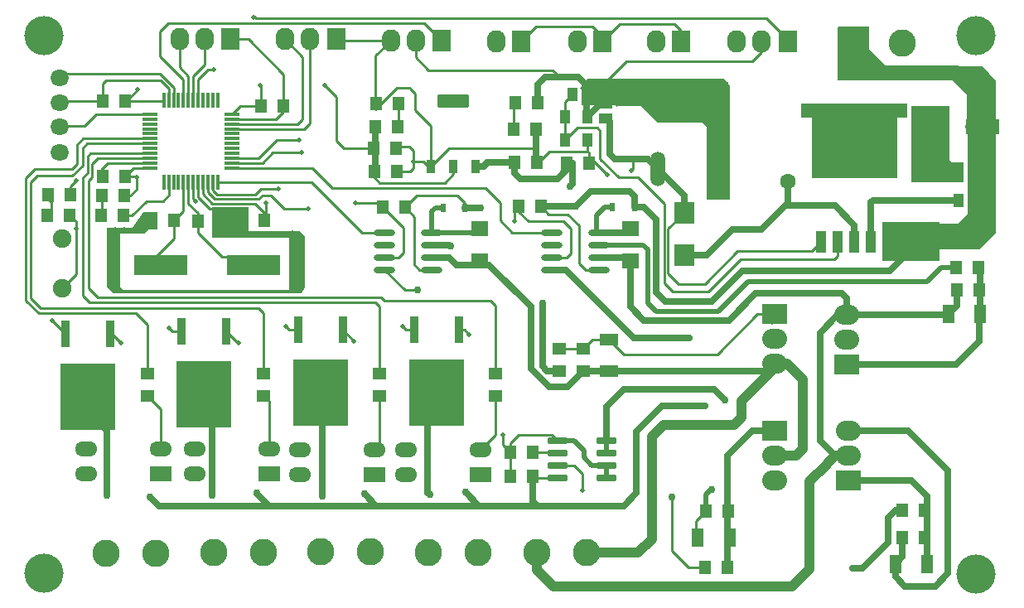
<source format=gtl>
G04*
G04 #@! TF.GenerationSoftware,Altium Limited,Altium Designer,18.1.6 (161)*
G04*
G04 Layer_Physical_Order=1*
G04 Layer_Color=255*
%FSTAX24Y24*%
%MOIN*%
G70*
G01*
G75*
%ADD13C,0.0100*%
G04:AMPARAMS|DCode=22|XSize=11mil|YSize=61.4mil|CornerRadius=2.8mil|HoleSize=0mil|Usage=FLASHONLY|Rotation=90.000|XOffset=0mil|YOffset=0mil|HoleType=Round|Shape=RoundedRectangle|*
%AMROUNDEDRECTD22*
21,1,0.0110,0.0559,0,0,90.0*
21,1,0.0055,0.0614,0,0,90.0*
1,1,0.0055,0.0280,0.0028*
1,1,0.0055,0.0280,-0.0028*
1,1,0.0055,-0.0280,-0.0028*
1,1,0.0055,-0.0280,0.0028*
%
%ADD22ROUNDEDRECTD22*%
G04:AMPARAMS|DCode=23|XSize=11mil|YSize=61.4mil|CornerRadius=2.8mil|HoleSize=0mil|Usage=FLASHONLY|Rotation=180.000|XOffset=0mil|YOffset=0mil|HoleType=Round|Shape=RoundedRectangle|*
%AMROUNDEDRECTD23*
21,1,0.0110,0.0559,0,0,180.0*
21,1,0.0055,0.0614,0,0,180.0*
1,1,0.0055,-0.0028,0.0280*
1,1,0.0055,0.0028,0.0280*
1,1,0.0055,0.0028,-0.0280*
1,1,0.0055,-0.0028,-0.0280*
%
%ADD23ROUNDEDRECTD23*%
%ADD24R,0.0846X0.0866*%
%ADD25R,0.0591X0.1400*%
%ADD26O,0.0591X0.1400*%
%ADD27R,0.1378X0.0630*%
%ADD28R,0.0500X0.0550*%
%ADD29R,0.0492X0.0728*%
%ADD30R,0.0433X0.0551*%
%ADD31R,0.0650X0.0600*%
%ADD32R,0.2165X0.0787*%
%ADD33R,0.0728X0.0492*%
%ADD34R,0.0550X0.0500*%
%ADD35R,0.0246X0.0327*%
%ADD36O,0.0866X0.0236*%
%ADD37R,0.0394X0.0550*%
G04:AMPARAMS|DCode=38|XSize=77.6mil|YSize=23.6mil|CornerRadius=3mil|HoleSize=0mil|Usage=FLASHONLY|Rotation=180.000|XOffset=0mil|YOffset=0mil|HoleType=Round|Shape=RoundedRectangle|*
%AMROUNDEDRECTD38*
21,1,0.0776,0.0177,0,0,180.0*
21,1,0.0717,0.0236,0,0,180.0*
1,1,0.0059,-0.0358,0.0089*
1,1,0.0059,0.0358,0.0089*
1,1,0.0059,0.0358,-0.0089*
1,1,0.0059,-0.0358,-0.0089*
%
%ADD38ROUNDEDRECTD38*%
%ADD39R,0.0382X0.1079*%
G04:AMPARAMS|DCode=40|XSize=36.6mil|YSize=51.6mil|CornerRadius=2.7mil|HoleSize=0mil|Usage=FLASHONLY|Rotation=0.000|XOffset=0mil|YOffset=0mil|HoleType=Round|Shape=RoundedRectangle|*
%AMROUNDEDRECTD40*
21,1,0.0366,0.0461,0,0,0.0*
21,1,0.0311,0.0516,0,0,0.0*
1,1,0.0055,0.0156,-0.0230*
1,1,0.0055,-0.0156,-0.0230*
1,1,0.0055,-0.0156,0.0230*
1,1,0.0055,0.0156,0.0230*
%
%ADD40ROUNDEDRECTD40*%
G04:AMPARAMS|DCode=41|XSize=127.6mil|YSize=51.6mil|CornerRadius=3.9mil|HoleSize=0mil|Usage=FLASHONLY|Rotation=0.000|XOffset=0mil|YOffset=0mil|HoleType=Round|Shape=RoundedRectangle|*
%AMROUNDEDRECTD41*
21,1,0.1276,0.0438,0,0,0.0*
21,1,0.1198,0.0516,0,0,0.0*
1,1,0.0077,0.0599,-0.0219*
1,1,0.0077,-0.0599,-0.0219*
1,1,0.0077,-0.0599,0.0219*
1,1,0.0077,0.0599,0.0219*
%
%ADD41ROUNDEDRECTD41*%
%ADD42R,0.0421X0.0850*%
%ADD43R,0.0551X0.0433*%
%ADD80R,0.2232X0.2665*%
%ADD81R,0.0250X0.0500*%
%ADD82C,0.0250*%
%ADD83C,0.0400*%
%ADD84C,0.0200*%
%ADD85C,0.0600*%
%ADD86C,0.0630*%
%ADD87C,0.1100*%
%ADD88C,0.0750*%
%ADD89R,0.1000X0.0800*%
%ADD90O,0.1000X0.0800*%
%ADD91O,0.0750X0.0650*%
%ADD92O,0.0750X0.0900*%
%ADD93R,0.0750X0.0900*%
%ADD94R,0.0900X0.0600*%
%ADD95O,0.0900X0.0600*%
%ADD96C,0.0300*%
%ADD97C,0.0200*%
%ADD98C,0.1575*%
G36*
X038386Y030797D02*
X038415D01*
Y030709D01*
X038514Y03061D01*
Y026053D01*
X037559D01*
X037549Y026063D01*
Y028996D01*
X037411Y029134D01*
X035614D01*
X034944Y029803D01*
X033976Y029803D01*
X033967Y029793D01*
X033907Y029852D01*
X03252D01*
Y030482D01*
X032451Y030551D01*
X03252Y03062D01*
Y030728D01*
X032569D01*
X032756Y030915D01*
X038268D01*
X038386Y030797D01*
D02*
G37*
G36*
X019114Y025738D02*
X019124Y025734D01*
Y02478D01*
X021181Y024793D01*
X021398Y024596D01*
Y02253D01*
X02126Y022274D01*
X013691D01*
X013435Y022559D01*
Y024931D01*
X014459D01*
X014913Y025537D01*
X015456D01*
Y024888D01*
X015421Y024852D01*
X01515Y024852D01*
X015136Y024867D01*
X014964Y024695D01*
X013976D01*
Y022559D01*
X014114Y022421D01*
X020766D01*
Y024518D01*
X017677Y024518D01*
Y02477D01*
X017677D01*
Y025738D01*
X019114D01*
D02*
G37*
G36*
X04563Y02935D02*
X045217D01*
Y026909D01*
X041791D01*
Y02935D01*
X041378D01*
Y029929D01*
X04563D01*
Y02935D01*
D02*
G37*
G36*
X047343Y027628D02*
X04742Y027559D01*
X047894D01*
Y026763D01*
X04789Y026762D01*
X045787D01*
Y029821D01*
X047343D01*
Y027628D01*
D02*
G37*
G36*
X044085Y03208D02*
X044754Y031411D01*
X04476Y031417D01*
X048681D01*
X049213Y03081D01*
Y024724D01*
X048564Y024075D01*
X048528Y02404D01*
X046934Y024037D01*
Y023568D01*
X044621D01*
Y025133D01*
X046934D01*
Y025098D01*
X047756D01*
X048071Y025413D01*
Y030281D01*
X048036D01*
X047461Y030856D01*
X042846D01*
Y032952D01*
X042846Y03299D01*
X042887Y033012D01*
X044085D01*
Y03208D01*
D02*
G37*
D13*
X032858Y027739D02*
X03356Y027037D01*
X024242Y029696D02*
X025107Y030561D01*
X024242Y029696D02*
Y031842D01*
X014528Y024882D02*
X014764D01*
X036203Y022343D02*
X037638D01*
X035856Y022689D02*
X036203Y022343D01*
X035856Y022689D02*
Y025876D01*
X036006Y024874D02*
X036663Y025531D01*
X036006Y023078D02*
Y024874D01*
Y023078D02*
X036427Y022657D01*
X0375D01*
X038809Y023967D01*
X034783Y026949D02*
X035856Y025876D01*
X038927Y023632D02*
X042687D01*
X037638Y022343D02*
X038927Y023632D01*
X039941Y021339D02*
X040197Y021083D01*
X032593Y020064D02*
X032952Y020423D01*
X039606Y021437D02*
X040295D01*
X037982Y019813D02*
X039606Y021437D01*
X034232Y019813D02*
X037982D01*
X033622Y020423D02*
X034232Y019813D01*
X041782Y023967D02*
X042165Y02435D01*
X038809Y023967D02*
X041782D01*
X042835Y02378D02*
Y02435D01*
X042687Y023632D02*
X042835Y02378D01*
X033278Y027687D02*
Y028819D01*
X033164Y028932D02*
X033278Y028819D01*
X032353Y028932D02*
X033164D01*
X034016Y026949D02*
X034783D01*
X033278Y027687D02*
X034016Y026949D01*
X032772Y027992D02*
Y028452D01*
X032832Y02751D02*
Y027932D01*
X032772Y027992D02*
X032832Y027932D01*
X03124Y027992D02*
X032772D01*
X031378Y03126D02*
X031654Y030984D01*
X032746Y030265D02*
X032756Y030276D01*
X032992D01*
X031872Y028452D02*
X032353Y028932D01*
X031872Y028452D02*
X031872Y028452D01*
Y029374D01*
Y029982D01*
X032156Y030265D01*
X0244Y026722D02*
X027018D01*
X027372Y027077D01*
Y027394D01*
X02647D02*
X027197Y02812D01*
X025107Y030561D02*
X02563D01*
Y030531D02*
Y030561D01*
Y030531D02*
X025837Y030325D01*
Y029656D02*
Y030325D01*
Y029656D02*
X02647Y029022D01*
Y027394D02*
Y029022D01*
X025758Y027328D02*
Y027589D01*
X025625Y027195D02*
X025758Y027328D01*
X025083Y027195D02*
X025625D01*
X02514Y028174D02*
X025588D01*
X025758Y028004D01*
Y027589D02*
Y028004D01*
Y027589D02*
X026151D01*
X026356Y027384D01*
X022205Y03064D02*
X022657Y030187D01*
Y028406D02*
Y030187D01*
Y028406D02*
X022963Y0281D01*
X024166D01*
X025174Y028965D02*
Y029908D01*
X024242Y031842D02*
X02485Y03245D01*
X025066Y0281D02*
X02514Y028174D01*
X024183Y026939D02*
Y027195D01*
Y026939D02*
X0244Y026722D01*
X039776Y031971D02*
Y0324D01*
X039409Y031604D02*
X039776Y031971D01*
X034321Y031604D02*
X039409D01*
X032992Y030276D02*
X034321Y031604D01*
X029793Y029899D02*
X029851Y029957D01*
X029793Y028878D02*
Y029899D01*
X017677Y025886D02*
X019387D01*
X017298Y026265D02*
X017677Y025886D01*
X019387D02*
X01984Y025433D01*
X018861Y025207D02*
Y025563D01*
X018729Y025696D02*
X018861Y025563D01*
X017558Y025696D02*
X018729D01*
X013413Y030837D02*
X015591D01*
X01328Y030704D02*
X013413Y030837D01*
X01328Y03003D02*
Y030704D01*
X024466Y022126D02*
X024614Y021978D01*
X013048Y022126D02*
X024466D01*
X012701Y022474D02*
X013048Y022126D01*
X012736Y021909D02*
X024232D01*
X01247Y022175D02*
X012736Y021909D01*
X01247Y022175D02*
Y026939D01*
X024232Y021909D02*
X024406Y021736D01*
X01953Y021693D02*
X019731Y021492D01*
X010768Y021693D02*
X01953D01*
X010374Y022087D02*
X010768Y021693D01*
X014584Y021476D02*
X015056Y021004D01*
X010699Y021476D02*
X014584D01*
X010177Y021998D02*
X010699Y021476D01*
X015056Y019057D02*
Y021004D01*
X016133Y025207D02*
Y025211D01*
X016511Y025589D01*
X015394Y02375D02*
X016133Y024489D01*
Y025207D01*
X015089D02*
X015233D01*
X014764Y024882D02*
X015089Y025207D01*
X018081Y02375D02*
X018851D01*
X0171Y024731D02*
X018081Y02375D01*
X0171Y024731D02*
Y025197D01*
X019014Y024726D02*
X020878D01*
X012185Y023042D02*
Y024882D01*
X011631Y022488D02*
X012185Y023042D01*
X011535Y029946D02*
X011619Y03003D01*
X030568Y02812D02*
X030693Y027994D01*
X018861Y024879D02*
X019014Y024726D01*
X018861Y024879D02*
Y025207D01*
X018852Y025197D02*
X018861Y025207D01*
X018Y025197D02*
X018852D01*
X020529Y029821D02*
X020538Y02983D01*
Y031086D01*
X019124Y0325D02*
X020538Y031086D01*
X018402Y0325D02*
X019124D01*
X029833Y025187D02*
Y025598D01*
X030003Y025768D01*
X029375Y016166D02*
Y016575D01*
Y016166D02*
X029648Y015893D01*
X024343Y025925D02*
X02452Y025748D01*
X023415Y025925D02*
X024343D01*
X020577Y025689D02*
X021535D01*
X020035Y02623D02*
X020577Y025689D01*
X013465Y027518D02*
X015161D01*
X013182Y027234D02*
X013465Y027518D01*
X012701Y022474D02*
Y026815D01*
X012835Y026949D01*
Y02749D01*
X01247Y026939D02*
X01265Y027118D01*
X011619Y03003D02*
X01328D01*
X012185Y024882D02*
Y025174D01*
X02265Y0325D02*
X0227Y03245D01*
X02485D01*
X026358Y03126D02*
X031378D01*
X02585Y031768D02*
X026358Y03126D01*
X02585Y031768D02*
Y03245D01*
X019631Y026467D02*
X02034D01*
X019414Y02625D02*
X019631Y026467D01*
X017889Y026758D02*
X021667D01*
X023699Y024726D01*
X020108Y027943D02*
X02126D01*
X019683Y027518D02*
X020108Y027943D01*
X020256Y028455D02*
X021181D01*
X019516Y027715D02*
X020256Y028455D01*
X023699Y024726D02*
X024606D01*
X0301Y032414D02*
X030688Y033002D01*
X032948D01*
X03335Y0326D01*
Y0324D02*
Y0326D01*
X03654Y0324D02*
Y03284D01*
X03628Y0331D02*
X03654Y03284D01*
X03405Y0331D02*
X03628D01*
X03335Y0324D02*
X03405Y0331D01*
X031978Y025463D02*
X032431Y02501D01*
X031208Y025463D02*
X031978D01*
X030903Y025768D02*
X031208Y025463D01*
X032431Y023492D02*
Y02501D01*
X02784Y025727D02*
Y025909D01*
X027518Y02623D02*
X02784Y025909D01*
X025903Y02623D02*
X027518D01*
X02542Y025748D02*
X025903Y02623D01*
X028661Y026516D02*
X029262Y025915D01*
X022507Y026516D02*
X028661D01*
X021702Y027321D02*
X022507Y026516D01*
X024606Y023726D02*
X025163D01*
X025354Y023917D01*
Y024914D01*
X02452Y025748D02*
X025354Y024914D01*
X026014Y023226D02*
X026496D01*
X025807Y023433D02*
X026014Y023226D01*
X025807Y023433D02*
Y025361D01*
X02542Y025748D02*
X025807Y025361D01*
X032431Y023492D02*
X032696Y023226D01*
X031339Y023726D02*
X031925D01*
X032087Y023888D01*
Y024892D01*
X031801Y025177D02*
X032087Y024892D01*
X030384Y025177D02*
X031801D01*
X030003Y025558D02*
X030384Y025177D01*
X030003Y025558D02*
Y025768D01*
X032696Y023226D02*
X033228D01*
X029738Y024726D02*
X031339D01*
X029262Y025202D02*
X029738Y024726D01*
X029262Y025202D02*
Y025915D01*
X011968Y026598D02*
X012185Y026815D01*
X011968Y02626D02*
Y026598D01*
X013199Y025404D02*
X013218Y025423D01*
Y026206D01*
X014636Y026462D02*
Y026949D01*
X014379Y026206D02*
X014636Y026462D01*
X014118Y026206D02*
X014379D01*
X032608Y019083D02*
X032669Y019144D01*
X032559Y01435D02*
Y01502D01*
X032238Y015341D02*
X032559Y01502D01*
X031581Y015341D02*
X032238D01*
X019695Y02623D02*
X020035D01*
X017854Y02625D02*
X019414D01*
X017692Y026412D02*
X017854Y02625D01*
X017692Y026412D02*
Y026758D01*
X019531Y026066D02*
X019695Y02623D01*
X017763Y026066D02*
X019531D01*
X017495Y026334D02*
X017763Y026066D01*
X017495Y026334D02*
Y026758D01*
X031327Y016594D02*
X031581Y016341D01*
X02999Y016594D02*
X031327D01*
X029648Y016253D02*
X02999Y016594D01*
X029648Y015893D02*
Y016253D01*
Y014941D02*
X029668Y014921D01*
X029648Y014941D02*
Y015893D01*
X031528D02*
X031581Y015841D01*
X030548Y015893D02*
X031528D01*
X030568Y014921D02*
X030649Y014841D01*
X031581D01*
X036181Y0119D02*
X036831Y01125D01*
X037496D01*
X037136Y013122D02*
X03753Y013516D01*
X037136Y012579D02*
Y013122D01*
X036181Y0119D02*
Y014094D01*
X031644Y020064D02*
X031659Y020049D01*
X032608D01*
X032952Y020423D02*
X033622D01*
X024606Y023226D02*
X025431Y022402D01*
X025945D01*
X028435Y023426D02*
X028814D01*
X025315Y020945D02*
X025461Y020799D01*
X0258D01*
X02062Y020945D02*
X020766Y020799D01*
X021116D01*
X015925Y020866D02*
X016058Y020733D01*
X016432D01*
X01123Y021172D02*
Y021181D01*
Y021172D02*
X011748Y020655D01*
X027833Y020799D02*
X028002Y02063D01*
X027603Y020799D02*
X027833D01*
X01984Y025433D02*
Y025908D01*
X017102Y026152D02*
X017558Y025696D01*
X017102Y026152D02*
Y026758D01*
X0171Y025197D02*
Y025502D01*
X016708Y025893D02*
X0171Y025502D01*
X014222Y03003D02*
X015704D01*
X014222D02*
X014665Y030472D01*
X01418Y03003D02*
X014222D01*
X015591Y030837D02*
X01592Y030507D01*
X019587Y03064D02*
X019629Y030598D01*
Y029821D02*
Y030598D01*
X014596Y026988D02*
X014636Y026949D01*
X014151Y026988D02*
X014596D01*
X018452Y027715D02*
X019516D01*
X018452Y027518D02*
X019683D01*
X027197Y02812D02*
X030568D01*
X030791Y027543D02*
X03124Y027992D01*
X030741Y027543D02*
X030791D01*
X034537Y027224D02*
X034596Y027283D01*
Y027687D01*
X028455Y015968D02*
X029081Y016593D01*
Y018157D01*
X02292Y020799D02*
X023355Y020364D01*
X022919Y020799D02*
X02292D01*
X024205Y015968D02*
X024406Y016168D01*
Y018157D01*
X018683Y020285D02*
X018729D01*
X018235Y020733D02*
X018683Y020285D01*
X019955Y016018D02*
Y017932D01*
X019731Y018157D02*
X019955Y017932D01*
X012835Y02749D02*
X013059Y027715D01*
X015161D01*
X01265Y027118D02*
Y027787D01*
X024614Y021978D02*
X028878D01*
X029081Y021776D01*
Y019057D02*
Y021776D01*
X024406Y019057D02*
Y021736D01*
X01265Y027787D02*
X012774Y027911D01*
X015161D01*
X014483Y027321D02*
X015161D01*
X014151Y026988D02*
X014483Y027321D01*
X011069Y026117D02*
X011201Y025984D01*
X011069Y026117D02*
Y02626D01*
X011946Y025413D02*
X012185Y025174D01*
X010374Y022087D02*
Y026762D01*
X01063Y027018D01*
X019731Y019057D02*
Y021492D01*
X01063Y027018D02*
X012037D01*
X012451Y027431D01*
Y02812D01*
X012636Y028305D01*
X015161D01*
X010177Y021998D02*
Y026929D01*
X010541Y027293D01*
X012028D01*
X01222Y027486D01*
Y028244D01*
X012478Y028502D01*
X015161D01*
X013635Y020655D02*
X013994Y020295D01*
X013551Y020655D02*
X013635D01*
X015605Y016018D02*
Y017607D01*
X015056Y018157D02*
X015605Y017607D01*
X01592Y030049D02*
Y030507D01*
X01749Y03127D02*
X017717D01*
X017102Y030881D02*
X01749Y03127D01*
X017102Y030049D02*
Y030881D01*
X0216Y02913D02*
Y0325D01*
X021366Y028896D02*
X0216Y02913D01*
X018452Y028896D02*
X021366D01*
X019421Y033337D02*
X039961D01*
X019352Y033406D02*
X019421Y033337D01*
X015896Y03315D02*
X0262D01*
X015561Y032815D02*
X015896Y03315D01*
X0262D02*
X0269Y03245D01*
X020529Y029587D02*
Y029821D01*
X020231Y029289D02*
X020529Y029587D01*
X018787Y029821D02*
X019629D01*
X018452Y029486D02*
X018787Y029821D01*
X018452Y029289D02*
X020231D01*
X017298Y026265D02*
Y026758D01*
X011046Y025413D02*
X011201Y025568D01*
Y025984D01*
X016905Y026066D02*
X016987Y025984D01*
X016708Y025893D02*
Y026758D01*
X016905Y026066D02*
Y026758D01*
X015683Y025998D02*
X01592Y026235D01*
X015015Y025998D02*
X015683D01*
X014421Y025404D02*
X015015Y025998D01*
X014099Y025404D02*
X014421D01*
X018452Y027321D02*
X021702D01*
X015704Y03003D02*
X015724Y030049D01*
X021307Y029289D02*
Y031793D01*
X0206Y0325D02*
X021307Y031793D01*
X02111Y029093D02*
X021307Y029289D01*
X018452Y029093D02*
X02111D01*
X039961Y033337D02*
X040826Y032471D01*
Y0324D02*
Y032471D01*
X016511Y030049D02*
Y030871D01*
X015561Y031821D02*
X016511Y030871D01*
X015561Y031821D02*
Y032815D01*
X017352Y031475D02*
Y0325D01*
X016905Y031027D02*
X017352Y031475D01*
X016905Y030049D02*
Y031027D01*
X016708Y030049D02*
Y031012D01*
X016352Y031367D02*
X016708Y031012D01*
X016352Y031367D02*
Y0325D01*
X033131Y024824D02*
X033228Y024726D01*
X01592Y026235D02*
Y026758D01*
X016511Y025589D02*
Y026758D01*
X011535Y028966D02*
X011585Y029016D01*
X01252D01*
X01299Y029486D01*
X015161D01*
X011535Y030956D02*
X011679Y0311D01*
X015554D01*
X016117Y030536D01*
Y030049D02*
Y030536D01*
D22*
X015161Y027321D02*
D03*
Y027518D02*
D03*
Y027715D02*
D03*
Y027911D02*
D03*
Y028108D02*
D03*
Y028305D02*
D03*
Y028502D02*
D03*
Y028699D02*
D03*
Y028896D02*
D03*
Y029093D02*
D03*
Y029289D02*
D03*
Y029486D02*
D03*
X018452D02*
D03*
Y029289D02*
D03*
Y029093D02*
D03*
Y028896D02*
D03*
Y028699D02*
D03*
Y028502D02*
D03*
Y028305D02*
D03*
Y028108D02*
D03*
Y027911D02*
D03*
Y027715D02*
D03*
Y027518D02*
D03*
Y027321D02*
D03*
D23*
X015724Y030049D02*
D03*
X01592D02*
D03*
X016117D02*
D03*
X016314D02*
D03*
X016511D02*
D03*
X016708D02*
D03*
X016905D02*
D03*
X017102D02*
D03*
X017298D02*
D03*
X017495D02*
D03*
X017692D02*
D03*
X017889D02*
D03*
Y026758D02*
D03*
X017692D02*
D03*
X017495D02*
D03*
X017298D02*
D03*
X017102D02*
D03*
X016905D02*
D03*
X016708D02*
D03*
X016511D02*
D03*
X016314D02*
D03*
X016117D02*
D03*
X01592D02*
D03*
X015724D02*
D03*
D24*
X036663Y023799D02*
D03*
Y025531D02*
D03*
D25*
X03561Y03018D02*
D03*
D26*
Y02728D02*
D03*
D27*
X046467Y028996D02*
D03*
X048671D02*
D03*
D28*
X038396Y01125D02*
D03*
X037496D02*
D03*
X030548Y015893D02*
D03*
X029648D02*
D03*
X019761Y025207D02*
D03*
X018861D02*
D03*
X015233D02*
D03*
X016133D02*
D03*
X046341Y012452D02*
D03*
X045441D02*
D03*
X02452Y025748D02*
D03*
X02542D02*
D03*
X011069Y02626D02*
D03*
X011968D02*
D03*
X011046Y025413D02*
D03*
X011946D02*
D03*
X0171Y025197D02*
D03*
X018D02*
D03*
X029793Y028878D02*
D03*
X030693D02*
D03*
X029851Y029957D02*
D03*
X030751D02*
D03*
X02513Y028965D02*
D03*
X02423D02*
D03*
X030741Y027543D02*
D03*
X029841D02*
D03*
X032832Y02751D02*
D03*
X031932D02*
D03*
X01328Y03003D02*
D03*
X01418D02*
D03*
X013218Y026206D02*
D03*
X014118D02*
D03*
X047601Y023318D02*
D03*
X048501D02*
D03*
X047621Y022422D02*
D03*
X048521D02*
D03*
X025174Y029908D02*
D03*
X024274D02*
D03*
X020529Y029821D02*
D03*
X019629D02*
D03*
X013251Y026988D02*
D03*
X014151D02*
D03*
X030568Y014921D02*
D03*
X029668D02*
D03*
X03843Y013516D02*
D03*
X03753D02*
D03*
X014099Y025404D02*
D03*
X013199D02*
D03*
X030003Y025768D02*
D03*
X030903D02*
D03*
X025083Y027195D02*
D03*
X024183D02*
D03*
X025066Y0281D02*
D03*
X024166D02*
D03*
X046336Y013543D02*
D03*
X045436D02*
D03*
D29*
X037205Y012461D02*
D03*
X038484D02*
D03*
X04515Y011388D02*
D03*
X04643D02*
D03*
X047291Y021457D02*
D03*
X04857D02*
D03*
D30*
X032156Y030265D02*
D03*
X032746D02*
D03*
X047697Y026024D02*
D03*
X048287D02*
D03*
Y027136D02*
D03*
X047697D02*
D03*
D31*
X028425Y023592D02*
D03*
Y024892D02*
D03*
X034488Y023573D02*
D03*
Y024873D02*
D03*
D32*
X019341Y023415D02*
D03*
X0156D02*
D03*
D33*
X033622Y019144D02*
D03*
Y020423D02*
D03*
D34*
X032608Y020049D02*
D03*
Y019149D02*
D03*
X029081Y019057D02*
D03*
Y018157D02*
D03*
X024406Y019057D02*
D03*
Y018157D02*
D03*
X019731Y019057D02*
D03*
Y018157D02*
D03*
X015056Y019057D02*
D03*
Y018157D02*
D03*
X031644Y019164D02*
D03*
Y020064D02*
D03*
D35*
X033772Y025748D02*
D03*
X034648D02*
D03*
X02784Y025727D02*
D03*
X026964D02*
D03*
D36*
X033228Y023226D02*
D03*
Y023726D02*
D03*
Y024226D02*
D03*
Y024726D02*
D03*
X031339Y023226D02*
D03*
Y023726D02*
D03*
Y024226D02*
D03*
Y024726D02*
D03*
X024606D02*
D03*
Y024226D02*
D03*
Y023726D02*
D03*
Y023226D02*
D03*
X026496Y024726D02*
D03*
Y024226D02*
D03*
Y023726D02*
D03*
Y023226D02*
D03*
D37*
X031872Y028452D02*
D03*
X032772D02*
D03*
X031872Y029374D02*
D03*
X032772D02*
D03*
D38*
X03353Y014841D02*
D03*
Y015341D02*
D03*
Y015841D02*
D03*
Y016341D02*
D03*
X031581D02*
D03*
Y015841D02*
D03*
Y015341D02*
D03*
Y014841D02*
D03*
D39*
X0258Y020799D02*
D03*
X027603D02*
D03*
X021116D02*
D03*
X022919D02*
D03*
X016432Y020733D02*
D03*
X018235D02*
D03*
X011748Y020655D02*
D03*
X013551D02*
D03*
D40*
X02647Y027394D02*
D03*
X027372D02*
D03*
X028274D02*
D03*
D41*
X027372Y030028D02*
D03*
D42*
X042165Y02435D02*
D03*
X042835D02*
D03*
X043504D02*
D03*
X044173D02*
D03*
X044843D02*
D03*
D43*
X033514Y029915D02*
D03*
Y029324D02*
D03*
D80*
X026702Y018268D02*
D03*
X022018D02*
D03*
X017334Y018202D02*
D03*
X01265Y018123D02*
D03*
D81*
X043504Y028419D02*
D03*
D82*
X03561Y02728D02*
X036663Y026226D01*
X035203Y027687D02*
X03561Y02728D01*
X036663Y025531D02*
Y026226D01*
X034596Y027687D02*
X035203D01*
X040728Y025817D02*
X040827Y025915D01*
X039754Y024843D02*
X040728Y025817D01*
X040827Y025915D02*
Y026791D01*
X033816Y030217D02*
X037096D01*
X037874Y029439D01*
Y026791D02*
Y029439D01*
X045876Y024134D02*
Y024833D01*
X044921Y023179D02*
X045876Y024134D01*
X035039Y025748D02*
X035541Y025246D01*
Y022323D02*
Y025246D01*
Y022323D02*
X035906Y021959D01*
X037776D01*
X035039Y021191D02*
X038454D01*
X034488Y021742D02*
X035039Y021191D01*
X034488Y021742D02*
Y023573D01*
X038612Y024843D02*
X039754D01*
X037569Y023799D02*
X038612Y024843D01*
X036663Y023799D02*
X037569D01*
X034648Y025748D02*
X035039D01*
X030955Y019338D02*
X031129Y019164D01*
X030955Y019338D02*
Y02188D01*
X033228Y023726D02*
X034335D01*
X034488Y023573D01*
X033228Y024726D02*
X034342D01*
X034488Y024873D01*
X038996Y023179D02*
X044921D01*
X037776Y021959D02*
X038996Y023179D01*
X038454Y021191D02*
X039535Y022273D01*
X031912Y023226D02*
X034647Y020492D01*
X03687D01*
X039535Y022273D02*
X043003D01*
X044173Y025935D02*
X044262Y026024D01*
X044173Y02435D02*
Y025935D01*
X043504Y02435D02*
Y02503D01*
X042717Y025817D02*
X043504Y02503D01*
X033514Y029324D02*
X033661Y029177D01*
Y027894D02*
Y029177D01*
Y027894D02*
X033868Y027687D01*
X034596D01*
X033514Y029915D02*
X033816Y030217D01*
X033313Y029915D02*
X033514D01*
X032772Y029374D02*
X033313Y029915D01*
X047621Y021788D02*
Y022422D01*
X047291Y021457D02*
X047621Y021788D01*
X047243Y021409D02*
X047291Y021457D01*
X043209Y021409D02*
X047243D01*
X048543Y020344D02*
Y021526D01*
X04857Y021457D02*
Y023249D01*
X048501Y023318D02*
X04857Y023249D01*
X047608Y019409D02*
X048543Y020344D01*
X031654Y030984D02*
X032402D01*
X03107D02*
X031654D01*
X032178Y026676D02*
Y02752D01*
X031548Y02689D02*
X032178Y02752D01*
X032746Y029399D02*
X032772Y029374D01*
X032746Y029399D02*
Y030265D01*
X032402Y030984D02*
X032746Y03064D01*
Y030265D02*
Y03064D01*
X028274Y027394D02*
X028283Y027384D01*
X028587D01*
X02423Y027242D02*
Y028965D01*
X024183Y027195D02*
X02423Y027242D01*
X044262Y026024D02*
X047697D01*
X040728Y025817D02*
X042717D01*
X04643Y011388D02*
Y014131D01*
X045813Y014748D02*
X04643Y014131D01*
X043248Y014748D02*
X045813D01*
X045441Y011679D02*
Y012452D01*
X04515Y011388D02*
X045441Y011679D01*
X04515Y010883D02*
Y011388D01*
Y010883D02*
X045541Y010492D01*
X046752D01*
X047264Y011004D01*
Y015157D01*
X045673Y016748D02*
X047264Y015157D01*
X043248Y016748D02*
X045673D01*
X042717Y015748D02*
X043248D01*
X042116Y016348D02*
X042717Y015748D01*
X042116Y016348D02*
Y020679D01*
X038396Y01125D02*
Y015748D01*
X039396Y016748D02*
X040295D01*
X038396Y015748D02*
X039396Y016748D01*
X040002Y019144D02*
X040295Y019437D01*
Y019282D02*
Y019437D01*
X033622Y019144D02*
X040002D01*
X043209Y019409D02*
X047608D01*
X042846Y021409D02*
X043209D01*
X042116Y020679D02*
X042846Y021409D01*
X043209D02*
Y022067D01*
X043003Y022273D02*
X043209Y022067D01*
X031339Y023226D02*
X031912D01*
X045158Y013543D02*
X045436D01*
X044862Y013248D02*
X045158Y013543D01*
X044862Y012244D02*
Y013248D01*
X043829Y011211D02*
X044862Y012244D01*
X043435Y011211D02*
X043829D01*
X030693Y027994D02*
Y028878D01*
Y027591D02*
Y027994D01*
Y027591D02*
X030741Y027543D01*
X028408Y01373D02*
X030748D01*
X030561Y013917D02*
X030748Y01373D01*
X030561Y013917D02*
Y014914D01*
X030568Y014921D01*
X030748Y01373D02*
X034222D01*
X02784Y025727D02*
X028466D01*
X030903Y025768D02*
X032285D01*
X032895Y026378D01*
X034469D01*
X034648Y026198D01*
Y025748D02*
Y026198D01*
X024281Y01373D02*
X028408D01*
X027857Y014282D02*
X028408Y01373D01*
X019951D02*
X024281D01*
X023789Y014222D02*
X024281Y01373D01*
X01554D02*
X019951D01*
X019468Y014213D02*
Y014242D01*
Y014213D02*
X019951Y01373D01*
X015175Y014094D02*
X01554Y01373D01*
X034222D02*
X034744Y014252D01*
X037864Y018415D02*
X038297Y017982D01*
X034242Y018415D02*
X037864D01*
X035758Y017736D02*
X03749D01*
X034744Y016722D02*
X035758Y017736D01*
X034744Y014252D02*
Y016722D01*
X03353Y017703D02*
X034242Y018415D01*
X03353Y016341D02*
Y017703D01*
X032067Y026565D02*
X032178Y026676D01*
X030079Y02689D02*
X031548D01*
X029841Y027127D02*
X030079Y02689D01*
X029841Y027127D02*
Y027543D01*
X030751Y029957D02*
Y030665D01*
X03107Y030984D01*
X031963Y018504D02*
X032608Y019149D01*
X032669Y019144D02*
X033622D01*
X028814Y023426D02*
X030492Y021749D01*
Y019232D02*
Y021749D01*
Y019232D02*
X03122Y018504D01*
X031963D01*
X031129Y019164D02*
X031644D01*
X028746Y027543D02*
X029841D01*
X028587Y027384D02*
X028746Y027543D01*
X026329Y014262D02*
X026417Y014173D01*
X026329Y014262D02*
Y017895D01*
X026702Y018268D01*
X022087Y014124D02*
Y018199D01*
X022018Y018268D02*
X022087Y018199D01*
X017657Y014134D02*
Y017878D01*
X017334Y018202D02*
X017657Y017878D01*
X013425Y014163D02*
Y016762D01*
X01265Y017537D02*
X013425Y016762D01*
X01265Y017537D02*
Y018123D01*
X027234Y024183D02*
X027274D01*
X027191Y024226D02*
X027234Y024183D01*
X026496Y024226D02*
X027191D01*
X027185Y023726D02*
X027485Y023426D01*
X026496Y023726D02*
X027185D01*
X027485Y023426D02*
X028134D01*
D83*
X048278Y025374D02*
Y028996D01*
X045876Y024833D02*
X046506D01*
X044876D02*
X045876D01*
X046506D02*
X047736D01*
X042717Y015748D02*
X042717D01*
X042426Y015458D02*
X042717Y015748D01*
X041166D02*
X041427Y016009D01*
X040295Y015748D02*
X041166D01*
X041427Y016009D02*
Y018819D01*
X040809Y019437D02*
X041427Y018819D01*
X040295Y019437D02*
X040809D01*
X038957Y017943D02*
X040295Y019282D01*
X038957Y017293D02*
Y017943D01*
X038652Y016988D02*
X038957Y017293D01*
X035817Y016988D02*
X038652D01*
X047736Y024833D02*
X048278Y025374D01*
X035351Y016522D02*
X035817Y016988D01*
X035351Y012388D02*
Y016522D01*
X034813Y01185D02*
X035351Y012388D01*
X032725Y01185D02*
X034813D01*
X031388Y010472D02*
X040984D01*
X030725Y011135D02*
X031388Y010472D01*
X030725Y011135D02*
Y01185D01*
X041703Y014705D02*
X042392Y015394D01*
X041703Y011191D02*
Y014705D01*
X040984Y010472D02*
X041703Y011191D01*
D84*
X035187Y02187D02*
Y024045D01*
X035006Y024226D02*
X035187Y024045D01*
X033228Y024226D02*
X035006D01*
X035187Y02187D02*
X035522Y021535D01*
X038041D01*
X039242Y022736D01*
X046432D01*
X047013Y023318D02*
X047601D01*
X046432Y022736D02*
X047013Y023318D01*
X03843Y011284D02*
Y012461D01*
X032947Y015341D02*
X03353D01*
X032618Y015669D02*
X032947Y015341D01*
X032618Y015669D02*
Y015955D01*
X032232Y016341D02*
X032618Y015955D01*
X03353Y014841D02*
Y015341D01*
X031581Y016341D02*
X032232D01*
X03753Y014173D02*
X037746Y01439D01*
X03753Y013516D02*
Y014173D01*
X03353Y015841D02*
Y016341D01*
X038396Y01125D02*
X03843Y011284D01*
X03346Y025748D02*
X033772D01*
X033131Y025419D02*
X03346Y025748D01*
X033131Y024824D02*
Y025419D01*
X026496Y024726D02*
Y025569D01*
X026654Y025727D01*
X026964D01*
X026496Y024726D02*
X028134D01*
D85*
X048278Y028996D02*
X048317Y029035D01*
Y030423D01*
X047608Y031132D02*
X048317Y030423D01*
X043425Y032343D02*
X044636Y031132D01*
X047608D01*
D86*
X037874Y026791D02*
D03*
X040827D02*
D03*
D87*
X032725Y01185D02*
D03*
X030725D02*
D03*
X028375Y011851D02*
D03*
X026375D02*
D03*
X043425Y032343D02*
D03*
X045425D02*
D03*
X024045Y01189D02*
D03*
X022045D02*
D03*
X019715Y011851D02*
D03*
X017715D02*
D03*
X015385Y011811D02*
D03*
X013385D02*
D03*
D88*
X011631Y022488D02*
D03*
Y024488D02*
D03*
D89*
X043248Y014748D02*
D03*
X040295Y016748D02*
D03*
X043209Y019409D02*
D03*
X040295Y021437D02*
D03*
D90*
X043248Y015748D02*
D03*
Y016748D02*
D03*
X040295Y015748D02*
D03*
Y014748D02*
D03*
X043209Y020409D02*
D03*
Y021409D02*
D03*
X040295Y020437D02*
D03*
Y019437D02*
D03*
D91*
X011535Y030956D02*
D03*
Y029946D02*
D03*
Y028966D02*
D03*
Y027956D02*
D03*
D92*
X038776Y0324D02*
D03*
X039776D02*
D03*
X03554D02*
D03*
X03235D02*
D03*
X0291Y032414D02*
D03*
X02585Y03245D02*
D03*
X02485D02*
D03*
X0206Y0325D02*
D03*
X0216D02*
D03*
X016352D02*
D03*
X017352D02*
D03*
D93*
X040826Y0324D02*
D03*
X03654D02*
D03*
X03335D02*
D03*
X0301Y032414D02*
D03*
X0269Y03245D02*
D03*
X02265Y0325D02*
D03*
X018402D02*
D03*
D94*
X028455Y014968D02*
D03*
X024205D02*
D03*
X019955Y015018D02*
D03*
X015605D02*
D03*
D95*
X028455Y015968D02*
D03*
X025455D02*
D03*
Y014968D02*
D03*
X024205Y015968D02*
D03*
X021205D02*
D03*
Y014968D02*
D03*
X019955Y016018D02*
D03*
X016955D02*
D03*
Y015018D02*
D03*
X015605Y016018D02*
D03*
X012605D02*
D03*
Y015018D02*
D03*
D96*
X030955Y02188D02*
D03*
X046594Y024055D02*
D03*
X046506Y024833D02*
D03*
X045187Y023986D02*
D03*
X045178Y024764D02*
D03*
X045906Y023986D02*
D03*
X045887Y024764D02*
D03*
X028466Y025727D02*
D03*
X032285Y025768D02*
D03*
X027857Y014282D02*
D03*
X023789Y014222D02*
D03*
X019468Y014242D02*
D03*
X015175Y014094D02*
D03*
X03775Y014394D02*
D03*
X038297Y017982D02*
D03*
X032067Y026565D02*
D03*
X036181Y014094D02*
D03*
X026417Y014173D02*
D03*
X022087Y014124D02*
D03*
X017657Y014134D02*
D03*
X013425Y014163D02*
D03*
X025945Y022402D02*
D03*
X027274Y024183D02*
D03*
D97*
X03687Y020492D02*
D03*
X025758Y027589D02*
D03*
X046122Y028839D02*
D03*
X046112Y029163D02*
D03*
X020896Y022667D02*
D03*
Y02301D02*
D03*
Y023354D02*
D03*
Y023697D02*
D03*
Y02404D02*
D03*
Y024383D02*
D03*
X01376Y02486D02*
D03*
X014144D02*
D03*
X014528D02*
D03*
X046457Y028839D02*
D03*
Y029173D02*
D03*
X046782Y028839D02*
D03*
Y029173D02*
D03*
X047106Y028839D02*
D03*
Y029173D02*
D03*
X047697Y027215D02*
D03*
Y026988D02*
D03*
X020896Y024726D02*
D03*
X029833Y025187D02*
D03*
X029375Y016575D02*
D03*
X023415Y025925D02*
D03*
X021535Y025689D02*
D03*
X013202Y026939D02*
D03*
X012185Y024882D02*
D03*
X022205Y03064D02*
D03*
X02034Y026467D02*
D03*
X02126Y027943D02*
D03*
X021181Y028455D02*
D03*
X012185Y026815D02*
D03*
X03749Y017736D02*
D03*
X031654Y031004D02*
D03*
X032559Y01435D02*
D03*
X043435Y011211D02*
D03*
X025315Y020945D02*
D03*
X02062D02*
D03*
X015925Y020876D02*
D03*
X01123Y021181D02*
D03*
X028002Y02063D02*
D03*
X01984Y025908D02*
D03*
X014665Y030472D02*
D03*
X019587Y03064D02*
D03*
X014636Y026949D02*
D03*
X034537Y027224D02*
D03*
X03356Y027037D02*
D03*
X023355Y020364D02*
D03*
X018729Y020285D02*
D03*
X013994Y020295D02*
D03*
X017717Y03127D02*
D03*
X019341Y033396D02*
D03*
X011201Y025984D02*
D03*
X016987D02*
D03*
D98*
X0484Y03265D02*
D03*
X048386Y010985D02*
D03*
X0109Y011D02*
D03*
Y03265D02*
D03*
M02*

</source>
